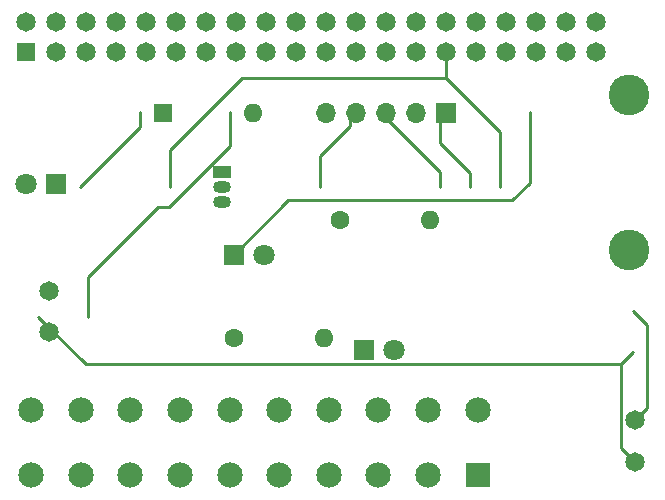
<source format=gbr>
%TF.GenerationSoftware,KiCad,Pcbnew,(6.0.9)*%
%TF.CreationDate,2022-12-10T23:12:21+01:00*%
%TF.ProjectId,ANET_ATX,414e4554-5f41-4545-982e-6b696361645f,rev?*%
%TF.SameCoordinates,Original*%
%TF.FileFunction,Copper,L2,Bot*%
%TF.FilePolarity,Positive*%
%FSLAX46Y46*%
G04 Gerber Fmt 4.6, Leading zero omitted, Abs format (unit mm)*
G04 Created by KiCad (PCBNEW (6.0.9)) date 2022-12-10 23:12:21*
%MOMM*%
%LPD*%
G01*
G04 APERTURE LIST*
%TA.AperFunction,ComponentPad*%
%ADD10R,1.600000X1.600000*%
%TD*%
%TA.AperFunction,ComponentPad*%
%ADD11O,1.600000X1.600000*%
%TD*%
%TA.AperFunction,ComponentPad*%
%ADD12C,1.650000*%
%TD*%
%TA.AperFunction,ComponentPad*%
%ADD13R,2.150000X2.150000*%
%TD*%
%TA.AperFunction,ComponentPad*%
%ADD14C,2.150000*%
%TD*%
%TA.AperFunction,ComponentPad*%
%ADD15R,1.700000X1.700000*%
%TD*%
%TA.AperFunction,ComponentPad*%
%ADD16O,1.700000X1.700000*%
%TD*%
%TA.AperFunction,ComponentPad*%
%ADD17R,1.800000X1.800000*%
%TD*%
%TA.AperFunction,ComponentPad*%
%ADD18C,1.800000*%
%TD*%
%TA.AperFunction,ComponentPad*%
%ADD19C,1.600000*%
%TD*%
%TA.AperFunction,ComponentPad*%
%ADD20C,3.450000*%
%TD*%
%TA.AperFunction,ComponentPad*%
%ADD21R,1.650000X1.650000*%
%TD*%
%TA.AperFunction,ComponentPad*%
%ADD22R,1.500000X1.050000*%
%TD*%
%TA.AperFunction,ComponentPad*%
%ADD23O,1.500000X1.050000*%
%TD*%
%TA.AperFunction,Conductor*%
%ADD24C,0.250000*%
%TD*%
G04 APERTURE END LIST*
D10*
%TO.P,SW1HWSTART1,1*%
%TO.N,+3.3V*%
X68000000Y-70000000D03*
D11*
%TO.P,SW1HWSTART1,2*%
%TO.N,Net-(J2ATX1-Pad16)*%
X75620000Y-70000000D03*
%TD*%
D12*
%TO.P,J4,1,1*%
%TO.N,GND*%
X107945000Y-96000000D03*
%TO.P,J4,2,2*%
%TO.N,12V*%
X107945000Y-99500000D03*
%TD*%
D13*
%TO.P,J2ATX1,1,1*%
%TO.N,unconnected-(J2ATX1-Pad1)*%
X94650000Y-100650000D03*
D14*
%TO.P,J2ATX1,2,2*%
%TO.N,unconnected-(J2ATX1-Pad2)*%
X90450000Y-100650000D03*
%TO.P,J2ATX1,3,3*%
%TO.N,GND*%
X86250000Y-100650000D03*
%TO.P,J2ATX1,4,4*%
%TO.N,+5V*%
X82050000Y-100650000D03*
%TO.P,J2ATX1,5,5*%
%TO.N,unconnected-(J2ATX1-Pad5)*%
X77850000Y-100650000D03*
%TO.P,J2ATX1,6,6*%
%TO.N,unconnected-(J2ATX1-Pad6)*%
X73650000Y-100650000D03*
%TO.P,J2ATX1,7,7*%
%TO.N,unconnected-(J2ATX1-Pad7)*%
X69450000Y-100650000D03*
%TO.P,J2ATX1,8,8*%
%TO.N,unconnected-(J2ATX1-Pad8)*%
X65250000Y-100650000D03*
%TO.P,J2ATX1,9,9*%
%TO.N,Net-(D3POWER1-Pad2)*%
X61050000Y-100650000D03*
%TO.P,J2ATX1,10,10*%
%TO.N,12V*%
X56850000Y-100650000D03*
%TO.P,J2ATX1,11,11*%
%TO.N,unconnected-(J2ATX1-Pad11)*%
X94650000Y-95150000D03*
%TO.P,J2ATX1,12,12*%
%TO.N,unconnected-(J2ATX1-Pad12)*%
X90450000Y-95150000D03*
%TO.P,J2ATX1,13,13*%
%TO.N,unconnected-(J2ATX1-Pad13)*%
X86250000Y-95150000D03*
%TO.P,J2ATX1,14,14*%
%TO.N,unconnected-(J2ATX1-Pad14)*%
X82050000Y-95150000D03*
%TO.P,J2ATX1,15,15*%
%TO.N,unconnected-(J2ATX1-Pad15)*%
X77850000Y-95150000D03*
%TO.P,J2ATX1,16,16*%
%TO.N,Net-(J2ATX1-Pad16)*%
X73650000Y-95150000D03*
%TO.P,J2ATX1,17,17*%
%TO.N,unconnected-(J2ATX1-Pad17)*%
X69450000Y-95150000D03*
%TO.P,J2ATX1,18,18*%
%TO.N,unconnected-(J2ATX1-Pad18)*%
X65250000Y-95150000D03*
%TO.P,J2ATX1,19,19*%
%TO.N,unconnected-(J2ATX1-Pad19)*%
X61050000Y-95150000D03*
%TO.P,J2ATX1,20,20*%
%TO.N,unconnected-(J2ATX1-Pad20)*%
X56850000Y-95150000D03*
%TD*%
D15*
%TO.P,J1,1,Pin_1*%
%TO.N,GPIO*%
X92000000Y-70000000D03*
D16*
%TO.P,J1,2,Pin_2*%
%TO.N,+3.3V*%
X89460000Y-70000000D03*
%TO.P,J1,3,Pin_3*%
%TO.N,+5V*%
X86920000Y-70000000D03*
%TO.P,J1,4,Pin_4*%
%TO.N,5VSB*%
X84380000Y-70000000D03*
%TO.P,J1,5,Pin_5*%
%TO.N,GND*%
X81840000Y-70000000D03*
%TD*%
D17*
%TO.P,D1GPIO1,1,K*%
%TO.N,Net-(D1GPIO1-Pad1)*%
X74000000Y-82000000D03*
D18*
%TO.P,D1GPIO1,2,A*%
%TO.N,Net-(D1GPIO1-Pad2)*%
X76540000Y-82000000D03*
%TD*%
D19*
%TO.P,R2,1*%
%TO.N,Net-(Q1-Pad2)*%
X74000000Y-89000000D03*
D11*
%TO.P,R2,2*%
%TO.N,Net-(D2SWSTART1-Pad1)*%
X81620000Y-89000000D03*
%TD*%
D20*
%TO.P,J3USB1,5,5*%
%TO.N,unconnected-(J3USB1-Pad5)*%
X107475000Y-81545000D03*
%TO.P,J3USB1,6,6*%
%TO.N,unconnected-(J3USB1-Pad6)*%
X107475000Y-68405000D03*
%TD*%
D21*
%TO.P,J6RPI1,1,1*%
%TO.N,unconnected-(J6RPI1-Pad1)*%
X56388000Y-64770000D03*
D12*
%TO.P,J6RPI1,2,2*%
%TO.N,5VSB*%
X56388000Y-62230000D03*
%TO.P,J6RPI1,3,3*%
%TO.N,unconnected-(J6RPI1-Pad3)*%
X58928000Y-64770000D03*
%TO.P,J6RPI1,4,4*%
%TO.N,unconnected-(J6RPI1-Pad4)*%
X58928000Y-62230000D03*
%TO.P,J6RPI1,5,5*%
%TO.N,unconnected-(J6RPI1-Pad5)*%
X61468000Y-64770000D03*
%TO.P,J6RPI1,6,6*%
%TO.N,unconnected-(J6RPI1-Pad6)*%
X61468000Y-62230000D03*
%TO.P,J6RPI1,7,7*%
%TO.N,unconnected-(J6RPI1-Pad7)*%
X64008000Y-64770000D03*
%TO.P,J6RPI1,8,8*%
%TO.N,unconnected-(J6RPI1-Pad8)*%
X64008000Y-62230000D03*
%TO.P,J6RPI1,9,9*%
%TO.N,unconnected-(J6RPI1-Pad9)*%
X66548000Y-64770000D03*
%TO.P,J6RPI1,10,10*%
%TO.N,unconnected-(J6RPI1-Pad10)*%
X66548000Y-62230000D03*
%TO.P,J6RPI1,11,11*%
%TO.N,unconnected-(J6RPI1-Pad11)*%
X69088000Y-64770000D03*
%TO.P,J6RPI1,12,12*%
%TO.N,unconnected-(J6RPI1-Pad12)*%
X69088000Y-62230000D03*
%TO.P,J6RPI1,13,13*%
%TO.N,unconnected-(J6RPI1-Pad13)*%
X71628000Y-64770000D03*
%TO.P,J6RPI1,14,14*%
%TO.N,unconnected-(J6RPI1-Pad14)*%
X71628000Y-62230000D03*
%TO.P,J6RPI1,15,15*%
%TO.N,unconnected-(J6RPI1-Pad15)*%
X74168000Y-64770000D03*
%TO.P,J6RPI1,16,16*%
%TO.N,unconnected-(J6RPI1-Pad16)*%
X74168000Y-62230000D03*
%TO.P,J6RPI1,17,17*%
%TO.N,unconnected-(J6RPI1-Pad17)*%
X76708000Y-64770000D03*
%TO.P,J6RPI1,18,18*%
%TO.N,unconnected-(J6RPI1-Pad18)*%
X76708000Y-62230000D03*
%TO.P,J6RPI1,19,19*%
%TO.N,unconnected-(J6RPI1-Pad19)*%
X79248000Y-64770000D03*
%TO.P,J6RPI1,20,20*%
%TO.N,unconnected-(J6RPI1-Pad20)*%
X79248000Y-62230000D03*
%TO.P,J6RPI1,21,21*%
%TO.N,unconnected-(J6RPI1-Pad21)*%
X81788000Y-64770000D03*
%TO.P,J6RPI1,22,22*%
%TO.N,unconnected-(J6RPI1-Pad22)*%
X81788000Y-62230000D03*
%TO.P,J6RPI1,23,23*%
%TO.N,unconnected-(J6RPI1-Pad23)*%
X84328000Y-64770000D03*
%TO.P,J6RPI1,24,24*%
%TO.N,unconnected-(J6RPI1-Pad24)*%
X84328000Y-62230000D03*
%TO.P,J6RPI1,25,25*%
%TO.N,unconnected-(J6RPI1-Pad25)*%
X86868000Y-64770000D03*
%TO.P,J6RPI1,26,26*%
%TO.N,unconnected-(J6RPI1-Pad26)*%
X86868000Y-62230000D03*
%TO.P,J6RPI1,27,27*%
%TO.N,unconnected-(J6RPI1-Pad27)*%
X89408000Y-64770000D03*
%TO.P,J6RPI1,28,28*%
%TO.N,unconnected-(J6RPI1-Pad28)*%
X89408000Y-62230000D03*
%TO.P,J6RPI1,29,29*%
%TO.N,GPIO*%
X91948000Y-64770000D03*
%TO.P,J6RPI1,30,30*%
%TO.N,unconnected-(J6RPI1-Pad30)*%
X91948000Y-62230000D03*
%TO.P,J6RPI1,31,31*%
%TO.N,unconnected-(J6RPI1-Pad31)*%
X94488000Y-64770000D03*
%TO.P,J6RPI1,32,32*%
%TO.N,unconnected-(J6RPI1-Pad32)*%
X94488000Y-62230000D03*
%TO.P,J6RPI1,33,33*%
%TO.N,unconnected-(J6RPI1-Pad33)*%
X97028000Y-64770000D03*
%TO.P,J6RPI1,34,34*%
%TO.N,unconnected-(J6RPI1-Pad34)*%
X97028000Y-62230000D03*
%TO.P,J6RPI1,35,35*%
%TO.N,unconnected-(J6RPI1-Pad35)*%
X99568000Y-64770000D03*
%TO.P,J6RPI1,36,36*%
%TO.N,unconnected-(J6RPI1-Pad36)*%
X99568000Y-62230000D03*
%TO.P,J6RPI1,37,37*%
%TO.N,unconnected-(J6RPI1-Pad37)*%
X102108000Y-64770000D03*
%TO.P,J6RPI1,38,38*%
%TO.N,unconnected-(J6RPI1-Pad38)*%
X102108000Y-62230000D03*
%TO.P,J6RPI1,39,39*%
%TO.N,GND*%
X104648000Y-64770000D03*
%TO.P,J6RPI1,40,40*%
%TO.N,unconnected-(J6RPI1-Pad40)*%
X104648000Y-62230000D03*
%TD*%
D22*
%TO.P,Q1,1,B*%
%TO.N,Net-(D1GPIO1-Pad1)*%
X73000000Y-75000000D03*
D23*
%TO.P,Q1,2,C*%
%TO.N,Net-(Q1-Pad2)*%
X73000000Y-76270000D03*
%TO.P,Q1,3,E*%
%TO.N,Net-(J2ATX1-Pad16)*%
X73000000Y-77540000D03*
%TD*%
D19*
%TO.P,R1,1*%
%TO.N,Net-(D1GPIO1-Pad2)*%
X83000000Y-79000000D03*
D11*
%TO.P,R1,2*%
%TO.N,GPIO*%
X90620000Y-79000000D03*
%TD*%
D17*
%TO.P,D2SWSTART1,1,K*%
%TO.N,Net-(D2SWSTART1-Pad1)*%
X85000000Y-90000000D03*
D18*
%TO.P,D2SWSTART1,2,A*%
%TO.N,+5V*%
X87540000Y-90000000D03*
%TD*%
D12*
%TO.P,J5,1,1*%
%TO.N,GND*%
X58345000Y-85025000D03*
%TO.P,J5,2,2*%
%TO.N,12V*%
X58345000Y-88525000D03*
%TD*%
D17*
%TO.P,D3POWER1,1,K*%
%TO.N,5VSB*%
X59000000Y-76000000D03*
D18*
%TO.P,D3POWER1,2,A*%
%TO.N,Net-(D3POWER1-Pad2)*%
X56460000Y-76000000D03*
%TD*%
D24*
%TO.N,Net-(D1GPIO1-Pad2)*%
X66040000Y-71120000D02*
X60960000Y-76200000D01*
X66040000Y-69850000D02*
X66040000Y-71120000D01*
%TO.N,5VSB*%
X83820000Y-71075300D02*
X81280000Y-73615300D01*
X81280000Y-73615300D02*
X81280000Y-76200000D01*
X83820000Y-69850000D02*
X83820000Y-71075300D01*
%TO.N,+5V*%
X91440000Y-74930000D02*
X91440000Y-76200000D01*
X86360000Y-69850000D02*
X91440000Y-74930000D01*
%TO.N,Net-(D3POWER1-Pad2)*%
X67569000Y-77904100D02*
X61650000Y-83823100D01*
X61650000Y-83823100D02*
X61650000Y-87210100D01*
X68496300Y-77904100D02*
X67569000Y-77904100D01*
X73660000Y-72740400D02*
X68496300Y-77904100D01*
X73660000Y-69850000D02*
X73660000Y-72740400D01*
%TO.N,GPIO*%
X93980000Y-75024700D02*
X91440000Y-72484700D01*
X91440000Y-72484700D02*
X91440000Y-69850000D01*
X93980000Y-76200000D02*
X93980000Y-75024700D01*
%TO.N,12V*%
X107795000Y-90200000D02*
X106763900Y-91231100D01*
X61471000Y-91231100D02*
X106763900Y-91231100D01*
X57450000Y-87210100D02*
X61471000Y-91231100D01*
X106763900Y-98318900D02*
X107945000Y-99500000D01*
X106763900Y-91231100D02*
X106763900Y-98318900D01*
%TO.N,Net-(J2ATX1-Pad16)*%
X74250000Y-81710100D02*
X78584700Y-77375400D01*
X99060000Y-75883800D02*
X99060000Y-69850000D01*
X97568400Y-77375400D02*
X99060000Y-75883800D01*
X78584700Y-77375400D02*
X97568400Y-77375400D01*
%TO.N,GND*%
X108974700Y-87879700D02*
X108974700Y-94970300D01*
X108974700Y-94970300D02*
X107945000Y-96000000D01*
X107795000Y-86700000D02*
X108974700Y-87879700D01*
%TO.N,GPIO*%
X91948000Y-67003000D02*
X91948000Y-64770000D01*
X96520000Y-71575000D02*
X91948000Y-67003000D01*
X68580000Y-73114800D02*
X68580000Y-76200000D01*
X74691800Y-67003000D02*
X68580000Y-73114800D01*
X91948000Y-67003000D02*
X74691800Y-67003000D01*
X96520000Y-76200000D02*
X96520000Y-71575000D01*
%TD*%
M02*

</source>
